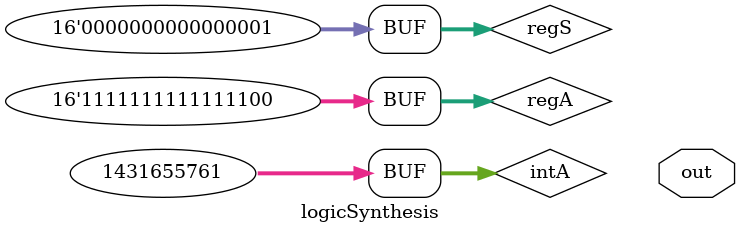
<source format=v>
module logicSynthesis(out);

  integer intA;
  reg [15:0] regA;
  reg signed [15:0] regS;
  output out;

  initial begin
    intA = -4'd12;
    regA = intA / 3; // expression result is -4
    //$display("intA is %d, regA is %d", intA, regA);

    regA = -4'd12; // regA is 65524
    //$display("regA is %d", regA);

    intA = regA / 3; // expression result is 21841
    //$display("intA is %d, regA is %d", intA, regA);

    intA = -4'd12 / 3; // expression result is 1431655761
    //$display("intA is %d", intA);

    regA = -12 / 3; // expression result is -4
    //$display("regA is %d", regA);

    regS = -12 / 3; // expression result is -4
    //$display("regS is %d", regS);

    regS = -4'sd12 / 3; // expression result is 1
    //$display("regS is %d", regS);
  end

endmodule

// module page47;

// integer intA;
// reg [15:0] regA;
// reg signed [15:0] regS;
// intA = -4'd12;
// regA = intA / 3;// expression result is -4,
// // intA is an integer data type, regA is 65532
// regA = -4'd12;// regA is 65524
// intA = regA / 3;// expression result is 21841, 
// // regA is a reg data type
// intA = -4'd12 / 3;// expression result is 1431655761.
// // -4'd12 is effectively a 32-bit reg data type
// regA = -12 / 3;// expression result is -4, -12 is effectively 
// // an integer data type. regA is 65532
// regS = -12 / 3;// expression result is -4. regS is a signed reg
// regS = -4'sd12 / 3;// expression result is 1. -4'sd12 is actually 4.
// // The rules for integer division yield 4/3==1.

// endmodule
</source>
